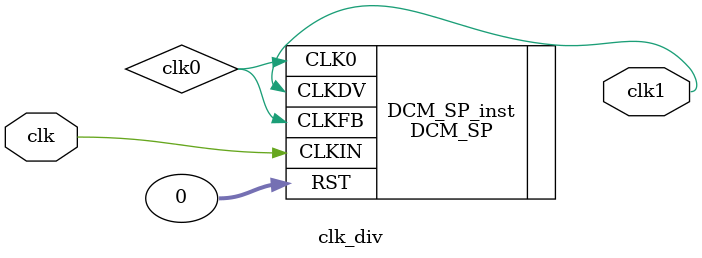
<source format=v>
`timescale 1ns / 1ps

module clk_div(input clk, output clk1);
	parameter divide = 16;
	wire clk0;

   DCM_SP #(
      .CLKDV_DIVIDE(divide) // Divide by: 1.5,2.0,2.5,3.0,3.5,4.0,4.5,5.0,5.5,6.0,6.5
                          //   7.0,7.5,8.0,9.0,10.0,11.0,12.0,13.0,14.0,15.0 or 16.0
   ) DCM_SP_inst (
      .CLKDV(clk1),   // Divided DCM CLK out (CLKDV_DIVIDE)
      .CLKIN(clk),   // Clock input (from IBUFG, BUFG or DCM)
		.CLK0(clk0),
		.CLKFB(clk0),
		.RST(0)
   );

endmodule

</source>
